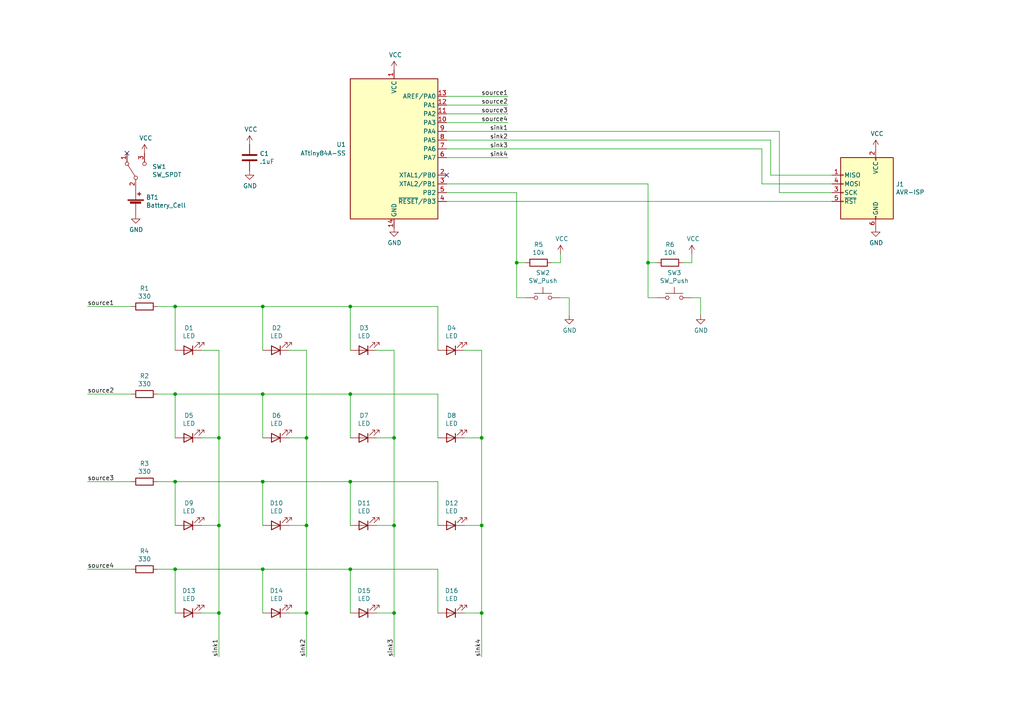
<source format=kicad_sch>
(kicad_sch (version 20211123) (generator eeschema)
  (paper "A4")
  (title_block (title "DT imponator badge") (date "2022-01-10") (rev "2.0") (comment 1 "github.com/hackerspace-ntnu/Coglight-badge-THT") (comment 2 "Fork of Hackerspace imponator"))
  (lib_symbols
    (symbol "Connector:AVR-ISP-6" (pin_names (offset 1.016))
      (property "Reference" "J" (at -6.35 11.43 0))
      (property "Value" "AVR-ISP-6" (at 0 11.43 0))
      (symbol "AVR-ISP-6_0_1"
        (rectangle (start -2.667 -6.858) (end -2.413 -7.62))
        (rectangle (start -2.667 10.16) (end -2.413 9.398))
        (rectangle (start 7.62 -2.413) (end 6.858 -2.667))
        (rectangle (start 7.62 0.127) (end 6.858 -0.127))
        (rectangle (start 7.62 2.667) (end 6.858 2.413))
        (rectangle (start 7.62 5.207) (end 6.858 4.953))
        (rectangle (start 7.62 10.16) (end -7.62 -7.62) (stroke (width 0.254)) (fill (type background)))
      )
      (symbol "AVR-ISP-6_1_1"
        (pin passive line (at 10.16 5.08 180) (length 2.54) (name "MISO") (number "1"))
        (pin passive line (at -2.54 12.7 270) (length 2.54) (name "VCC") (number "2"))
        (pin passive line (at 10.16 0 180) (length 2.54) (name "SCK") (number "3"))
        (pin passive line (at 10.16 2.54 180) (length 2.54) (name "MOSI") (number "4"))
        (pin passive line (at 10.16 -2.54 180) (length 2.54) (name "~{RST}") (number "5"))
        (pin passive line (at -2.54 -10.16 90) (length 2.54) (name "GND") (number "6"))
      )
    )
    (symbol "Device:Battery_Cell" (pin_numbers hide) (pin_names (offset 0) hide)
      (property "Reference" "BT" (at 2.54 2.54 0))
      (property "Value" "Battery_Cell" (at 2.54 0 0))
      (symbol "Battery_Cell_0_1"
        (rectangle (start -2.286 1.778) (end 2.286 1.524) (fill (type outline)))
        (rectangle (start -1.5748 1.1938) (end 1.4732 0.6858) (fill (type outline)))
        (polyline (pts (xy 0 0.762) (xy 0 0)))
        (polyline (pts (xy 0 1.778) (xy 0 2.54)))
        (polyline (pts (xy 0.508 3.429) (xy 1.524 3.429)) (stroke (width 0.254)))
        (polyline (pts (xy 1.016 3.937) (xy 1.016 2.921)) (stroke (width 0.254)))
      )
      (symbol "Battery_Cell_1_1"
        (pin passive line (at 0 5.08 270) (length 2.54) (name "+") (number "1"))
        (pin passive line (at 0 -2.54 90) (length 2.54) (name "-") (number "2"))
      )
    )
    (symbol "Device:C" (pin_numbers hide) (pin_names (offset 0.254))
      (property "Reference" "C" (at 0.635 2.54 0))
      (property "Value" "C" (at 0.635 -2.54 0))
      (symbol "C_0_1"
        (polyline (pts (xy -2.032 -0.762) (xy 2.032 -0.762)) (stroke (width 0.508)))
        (polyline (pts (xy -2.032 0.762) (xy 2.032 0.762)) (stroke (width 0.508)))
      )
      (symbol "C_1_1"
        (pin passive line (at 0 3.81 270) (length 2.794) (name "~") (number "1"))
        (pin passive line (at 0 -3.81 90) (length 2.794) (name "~") (number "2"))
      )
    )
    (symbol "Device:LED" (pin_numbers hide) (pin_names (offset 1.016) hide)
      (property "Reference" "D" (at 0 2.54 0))
      (property "Value" "LED" (at 0 -2.54 0))
      (symbol "LED_0_1"
        (polyline (pts (xy -1.27 -1.27) (xy -1.27 1.27)) (stroke (width 0.254)))
        (polyline (pts (xy -1.27 0) (xy 1.27 0)))
        (polyline (pts (xy 1.27 -1.27) (xy 1.27 1.27) (xy -1.27 0) (xy 1.27 -1.27)) (stroke (width 0.254)))
        (polyline (pts (xy -3.048 -0.762) (xy -4.572 -2.286) (xy -3.81 -2.286) (xy -4.572 -2.286) (xy -4.572 -1.524)))
        (polyline (pts (xy -1.778 -0.762) (xy -3.302 -2.286) (xy -2.54 -2.286) (xy -3.302 -2.286) (xy -3.302 -1.524)))
      )
      (symbol "LED_1_1"
        (pin passive line (at -3.81 0 0) (length 2.54) (name "K") (number "1"))
        (pin passive line (at 3.81 0 180) (length 2.54) (name "A") (number "2"))
      )
    )
    (symbol "Device:R" (pin_numbers hide) (pin_names (offset 0))
      (property "Reference" "R" (at 2.032 0 90))
      (property "Value" "R" (at 0 0 90))
      (symbol "R_0_1"
        (rectangle (start -1.016 -2.54) (end 1.016 2.54) (stroke (width 0.254)))
      )
      (symbol "R_1_1"
        (pin passive line (at 0 3.81 270) (length 1.27) (name "~") (number "1"))
        (pin passive line (at 0 -3.81 90) (length 1.27) (name "~") (number "2"))
      )
    )
    (symbol "MCU_Microchip_ATtiny:ATtiny84A-SS"
      (property "Reference" "U" (at -12.7 21.59 0))
      (property "Value" "ATtiny84A-SS" (at 2.54 -21.59 0))
      (symbol "ATtiny84A-SS_0_1"
        (rectangle (start -12.7 -20.32) (end 12.7 20.32) (stroke (width 0.254)) (fill (type background)))
      )
      (symbol "ATtiny84A-SS_1_1"
        (pin power_in line (at 0 22.86 270) (length 2.54) (name "VCC") (number "1"))
        (pin bidirectional line (at 15.24 7.62 180) (length 2.54) (name "PA3") (number "10"))
        (pin bidirectional line (at 15.24 10.16 180) (length 2.54) (name "PA2") (number "11"))
        (pin bidirectional line (at 15.24 12.7 180) (length 2.54) (name "PA1") (number "12"))
        (pin bidirectional line (at 15.24 15.24 180) (length 2.54) (name "AREF/PA0") (number "13"))
        (pin power_in line (at 0 -22.86 90) (length 2.54) (name "GND") (number "14"))
        (pin bidirectional line (at 15.24 -7.62 180) (length 2.54) (name "XTAL1/PB0") (number "2"))
        (pin bidirectional line (at 15.24 -10.16 180) (length 2.54) (name "XTAL2/PB1") (number "3"))
        (pin bidirectional line (at 15.24 -15.24 180) (length 2.54) (name "~{RESET}/PB3") (number "4"))
        (pin bidirectional line (at 15.24 -12.7 180) (length 2.54) (name "PB2") (number "5"))
        (pin bidirectional line (at 15.24 -2.54 180) (length 2.54) (name "PA7") (number "6"))
        (pin bidirectional line (at 15.24 0 180) (length 2.54) (name "PA6") (number "7"))
        (pin bidirectional line (at 15.24 2.54 180) (length 2.54) (name "PA5") (number "8"))
        (pin bidirectional line (at 15.24 5.08 180) (length 2.54) (name "PA4") (number "9"))
      )
    )
    (symbol "Switch:SW_Push" (pin_numbers hide) (pin_names (offset 1.016) hide)
      (property "Reference" "SW" (at 1.27 2.54 0))
      (property "Value" "SW_Push" (at 0 -1.524 0))
      (symbol "SW_Push_0_1"
        (circle (center -2.032 0) (radius 0.508))
        (polyline (pts (xy 0 1.27) (xy 0 3.048)))
        (polyline (pts (xy 2.54 1.27) (xy -2.54 1.27)))
        (circle (center 2.032 0) (radius 0.508))
        (pin passive line (at -5.08 0 0) (length 2.54) (name "1") (number "1"))
        (pin passive line (at 5.08 0 180) (length 2.54) (name "2") (number "2"))
      )
    )
    (symbol "Switch:SW_SPDT" (pin_names (offset 0) hide)
      (property "Reference" "SW" (at 0 4.318 0))
      (property "Value" "SW_SPDT" (at 0 -5.08 0))
      (symbol "SW_SPDT_0_0"
        (circle (center -2.032 0) (radius 0.508))
        (circle (center 2.032 -2.54) (radius 0.508))
      )
      (symbol "SW_SPDT_0_1"
        (polyline (pts (xy -1.524 0.254) (xy 1.651 2.286)))
        (circle (center 2.032 2.54) (radius 0.508))
      )
      (symbol "SW_SPDT_1_1"
        (pin passive line (at 5.08 2.54 180) (length 2.54) (name "A") (number "1"))
        (pin passive line (at -5.08 0 0) (length 2.54) (name "B") (number "2"))
        (pin passive line (at 5.08 -2.54 180) (length 2.54) (name "C") (number "3"))
      )
    )
    (symbol "power:GND" (power) (pin_names (offset 0))
      (property "Value" "GND" (at 0 -3.81 0))
      (symbol "GND_0_1"
        (polyline (pts (xy 0 0) (xy 0 -1.27) (xy 1.27 -1.27) (xy 0 -2.54) (xy -1.27 -1.27) (xy 0 -1.27)))
      )
      (symbol "GND_1_1"
        (pin power_in line (at 0 0 270) (length 0) hide (name "GND") (number "1"))
      )
    )
    (symbol "power:VCC" (power) (pin_names (offset 0))
      (property "Value" "VCC" (at 0 3.81 0))
      (symbol "VCC_0_1"
        (polyline (pts (xy -0.762 1.27) (xy 0 2.54)))
        (polyline (pts (xy 0 0) (xy 0 2.54)))
        (polyline (pts (xy 0 2.54) (xy 0.762 1.27)))
      )
      (symbol "VCC_1_1"
        (pin power_in line (at 0 0 90) (length 0) hide (name "VCC") (number "1"))
      )
    )
  )
  (junction (at 88.9 127))
  (junction (at 101.6 139.7))
  (junction (at 50.8 139.7))
  (junction (at 63.5 177.8))
  (junction (at 114.3 127))
  (junction (at 139.7 127))
  (junction (at 101.6 88.9))
  (junction (at 76.2 88.9))
  (junction (at 76.2 114.3))
  (junction (at 63.5 152.4))
  (junction (at 139.7 152.4))
  (junction (at 114.3 177.8))
  (junction (at 50.8 88.9))
  (junction (at 88.9 152.4))
  (junction (at 76.2 165.1))
  (junction (at 76.2 139.7))
  (junction (at 187.96 76.2))
  (junction (at 63.5 127))
  (junction (at 50.8 114.3))
  (junction (at 50.8 165.1))
  (junction (at 114.3 152.4))
  (junction (at 101.6 114.3))
  (junction (at 139.7 177.8))
  (junction (at 149.86 76.2))
  (junction (at 101.6 165.1))
  (junction (at 88.9 177.8))
  (no_connect (at 36.83 44.45))
  (no_connect (at 129.54 50.8))
  (wire (pts (xy 88.9 177.8) (xy 88.9 190.5)))
  (wire (pts (xy 25.4 139.7) (xy 38.1 139.7)))
  (wire (pts (xy 220.98 43.18) (xy 220.98 53.34)))
  (wire (pts (xy 63.5 101.6) (xy 63.5 127)))
  (wire (pts (xy 152.4 86.36) (xy 149.86 86.36)))
  (wire (pts (xy 101.6 152.4) (xy 101.6 139.7)))
  (wire (pts (xy 63.5 177.8) (xy 63.5 190.5)))
  (wire (pts (xy 45.72 88.9) (xy 50.8 88.9)))
  (wire (pts (xy 139.7 177.8) (xy 139.7 152.4)))
  (wire (pts (xy 127 127) (xy 127 114.3)))
  (wire (pts (xy 76.2 177.8) (xy 76.2 165.1)))
  (wire (pts (xy 58.42 152.4) (xy 63.5 152.4)))
  (wire (pts (xy 127 101.6) (xy 127 88.9)))
  (wire (pts (xy 198.12 76.2) (xy 200.66 76.2)))
  (wire (pts (xy 149.86 76.2) (xy 152.4 76.2)))
  (wire (pts (xy 223.52 40.64) (xy 223.52 50.8)))
  (wire (pts (xy 76.2 101.6) (xy 76.2 88.9)))
  (wire (pts (xy 63.5 127) (xy 63.5 152.4)))
  (wire (pts (xy 38.1 165.1) (xy 25.4 165.1)))
  (wire (pts (xy 129.54 58.42) (xy 241.3 58.42)))
  (wire (pts (xy 190.5 86.36) (xy 187.96 86.36)))
  (wire (pts (xy 88.9 177.8) (xy 88.9 152.4)))
  (wire (pts (xy 38.1 114.3) (xy 25.4 114.3)))
  (wire (pts (xy 134.62 101.6) (xy 139.7 101.6)))
  (wire (pts (xy 88.9 127) (xy 88.9 152.4)))
  (wire (pts (xy 203.2 86.36) (xy 203.2 91.44)))
  (wire (pts (xy 83.82 177.8) (xy 88.9 177.8)))
  (wire (pts (xy 83.82 101.6) (xy 88.9 101.6)))
  (wire (pts (xy 129.54 40.64) (xy 223.52 40.64)))
  (wire (pts (xy 50.8 152.4) (xy 50.8 139.7)))
  (wire (pts (xy 109.22 152.4) (xy 114.3 152.4)))
  (wire (pts (xy 50.8 101.6) (xy 50.8 88.9)))
  (wire (pts (xy 127 165.1) (xy 101.6 165.1)))
  (wire (pts (xy 162.56 86.36) (xy 165.1 86.36)))
  (wire (pts (xy 162.56 76.2) (xy 162.56 73.66)))
  (wire (pts (xy 226.06 38.1) (xy 226.06 55.88)))
  (wire (pts (xy 114.3 177.8) (xy 114.3 152.4)))
  (wire (pts (xy 165.1 86.36) (xy 165.1 91.44)))
  (wire (pts (xy 109.22 101.6) (xy 114.3 101.6)))
  (wire (pts (xy 139.7 177.8) (xy 139.7 190.5)))
  (wire (pts (xy 129.54 43.18) (xy 220.98 43.18)))
  (wire (pts (xy 101.6 127) (xy 101.6 114.3)))
  (wire (pts (xy 134.62 152.4) (xy 139.7 152.4)))
  (wire (pts (xy 76.2 114.3) (xy 101.6 114.3)))
  (wire (pts (xy 200.66 76.2) (xy 200.66 73.66)))
  (wire (pts (xy 76.2 139.7) (xy 101.6 139.7)))
  (wire (pts (xy 101.6 114.3) (xy 127 114.3)))
  (wire (pts (xy 160.02 76.2) (xy 162.56 76.2)))
  (wire (pts (xy 114.3 101.6) (xy 114.3 127)))
  (wire (pts (xy 129.54 33.02) (xy 147.32 33.02)))
  (wire (pts (xy 134.62 177.8) (xy 139.7 177.8)))
  (wire (pts (xy 101.6 177.8) (xy 101.6 165.1)))
  (wire (pts (xy 223.52 50.8) (xy 241.3 50.8)))
  (wire (pts (xy 101.6 88.9) (xy 127 88.9)))
  (wire (pts (xy 149.86 55.88) (xy 129.54 55.88)))
  (wire (pts (xy 38.1 88.9) (xy 25.4 88.9)))
  (wire (pts (xy 58.42 127) (xy 63.5 127)))
  (wire (pts (xy 114.3 127) (xy 114.3 152.4)))
  (wire (pts (xy 109.22 177.8) (xy 114.3 177.8)))
  (wire (pts (xy 220.98 53.34) (xy 241.3 53.34)))
  (wire (pts (xy 134.62 127) (xy 139.7 127)))
  (wire (pts (xy 129.54 38.1) (xy 226.06 38.1)))
  (wire (pts (xy 109.22 127) (xy 114.3 127)))
  (wire (pts (xy 50.8 88.9) (xy 76.2 88.9)))
  (wire (pts (xy 187.96 76.2) (xy 187.96 86.36)))
  (wire (pts (xy 50.8 127) (xy 50.8 114.3)))
  (wire (pts (xy 147.32 45.72) (xy 129.54 45.72)))
  (wire (pts (xy 114.3 177.8) (xy 114.3 190.5)))
  (wire (pts (xy 76.2 88.9) (xy 101.6 88.9)))
  (wire (pts (xy 149.86 86.36) (xy 149.86 76.2)))
  (wire (pts (xy 45.72 114.3) (xy 50.8 114.3)))
  (wire (pts (xy 45.72 139.7) (xy 50.8 139.7)))
  (wire (pts (xy 50.8 177.8) (xy 50.8 165.1)))
  (wire (pts (xy 50.8 114.3) (xy 76.2 114.3)))
  (wire (pts (xy 187.96 53.34) (xy 187.96 76.2)))
  (wire (pts (xy 187.96 53.34) (xy 129.54 53.34)))
  (wire (pts (xy 127 152.4) (xy 127 139.7)))
  (wire (pts (xy 127 177.8) (xy 127 165.1)))
  (wire (pts (xy 226.06 55.88) (xy 241.3 55.88)))
  (wire (pts (xy 139.7 101.6) (xy 139.7 127)))
  (wire (pts (xy 101.6 139.7) (xy 127 139.7)))
  (wire (pts (xy 58.42 177.8) (xy 63.5 177.8)))
  (wire (pts (xy 83.82 152.4) (xy 88.9 152.4)))
  (wire (pts (xy 101.6 101.6) (xy 101.6 88.9)))
  (wire (pts (xy 101.6 165.1) (xy 76.2 165.1)))
  (wire (pts (xy 129.54 27.94) (xy 147.32 27.94)))
  (wire (pts (xy 50.8 165.1) (xy 45.72 165.1)))
  (wire (pts (xy 147.32 30.48) (xy 129.54 30.48)))
  (wire (pts (xy 76.2 165.1) (xy 50.8 165.1)))
  (wire (pts (xy 147.32 35.56) (xy 129.54 35.56)))
  (wire (pts (xy 139.7 127) (xy 139.7 152.4)))
  (wire (pts (xy 88.9 101.6) (xy 88.9 127)))
  (wire (pts (xy 149.86 76.2) (xy 149.86 55.88)))
  (wire (pts (xy 187.96 76.2) (xy 190.5 76.2)))
  (wire (pts (xy 63.5 177.8) (xy 63.5 152.4)))
  (wire (pts (xy 58.42 101.6) (xy 63.5 101.6)))
  (wire (pts (xy 76.2 127) (xy 76.2 114.3)))
  (wire (pts (xy 50.8 139.7) (xy 76.2 139.7)))
  (wire (pts (xy 76.2 152.4) (xy 76.2 139.7)))
  (wire (pts (xy 83.82 127) (xy 88.9 127)))
  (wire (pts (xy 200.66 86.36) (xy 203.2 86.36)))
  (label "sink1" (at 63.5 190.5 90))
  (label "sink3" (at 147.32 43.18 180))
  (label "source4" (at 25.4 165.1 0))
  (label "source3" (at 25.4 139.7 0))
  (label "sink2" (at 88.9 190.5 90))
  (label "source4" (at 147.32 35.56 180))
  (label "sink2" (at 147.32 40.64 180))
  (label "source1" (at 25.4 88.9 0))
  (label "source1" (at 147.32 27.94 180))
  (label "sink4" (at 147.32 45.72 180))
  (label "source2" (at 147.32 30.48 180))
  (label "sink1" (at 147.32 38.1 180))
  (label "sink4" (at 139.7 190.5 90))
  (label "source2" (at 25.4 114.3 0))
  (label "source3" (at 147.32 33.02 180))
  (label "sink3" (at 114.3 190.5 90))
  (symbol (lib_id "Device:LED") (at 54.61 101.6 180) (unit 1)
    (property "Reference" "D1" (at 54.7878 95.123 0))
    (property "Value" "LED" (at 54.7878 97.4344 0))
    (property "Footprint" "LED_THT:LED_D5.0mm" (effects hide))
  )
  (symbol (lib_id "Device:R") (at 41.91 88.9 270) (unit 1)
    (property "Reference" "R1" (at 41.91 83.6422 90))
    (property "Value" "330" (at 41.91 85.9536 90))
    (property "Footprint" "Resistor_SMD:R_0805_2012Metric_Pad1.20x1.40mm_HandSolder" (effects hide))
  )
  (symbol (lib_id "Device:LED") (at 80.01 101.6 180) (unit 1)
    (property "Reference" "D2" (at 80.1878 95.123 0))
    (property "Value" "LED" (at 80.1878 97.4344 0))
    (property "Footprint" "LED_THT:LED_D5.0mm" (effects hide))
  )
  (symbol (lib_id "Device:LED") (at 105.41 101.6 180) (unit 1)
    (property "Reference" "D3" (at 105.5878 95.123 0))
    (property "Value" "LED" (at 105.5878 97.4344 0))
    (property "Footprint" "LED_THT:LED_D5.0mm" (effects hide))
  )
  (symbol (lib_id "Device:LED") (at 130.81 101.6 180) (unit 1)
    (property "Reference" "D4" (at 130.9878 95.123 0))
    (property "Value" "LED" (at 130.9878 97.4344 0))
    (property "Footprint" "LED_THT:LED_D5.0mm" (effects hide))
  )
  (symbol (lib_id "Device:LED") (at 54.61 127 180) (unit 1)
    (property "Reference" "D5" (at 54.7878 120.523 0))
    (property "Value" "LED" (at 54.7878 122.8344 0))
    (property "Footprint" "LED_THT:LED_D5.0mm" (effects hide))
  )
  (symbol (lib_id "Device:LED") (at 130.81 177.8 180) (unit 1)
    (property "Reference" "D16" (at 130.9878 171.323 0))
    (property "Value" "LED" (at 130.9878 173.6344 0))
    (property "Footprint" "LED_THT:LED_D5.0mm" (effects hide))
  )
  (symbol (lib_id "Device:LED") (at 80.01 127 180) (unit 1)
    (property "Reference" "D6" (at 80.1878 120.523 0))
    (property "Value" "LED" (at 80.1878 122.8344 0))
    (property "Footprint" "LED_THT:LED_D5.0mm" (effects hide))
  )
  (symbol (lib_id "Device:LED") (at 105.41 152.4 180) (unit 1)
    (property "Reference" "D11" (at 105.5878 145.923 0))
    (property "Value" "LED" (at 105.5878 148.2344 0))
    (property "Footprint" "LED_THT:LED_D5.0mm" (effects hide))
  )
  (symbol (lib_id "Device:LED") (at 105.41 127 180) (unit 1)
    (property "Reference" "D7" (at 105.5878 120.523 0))
    (property "Value" "LED" (at 105.5878 122.8344 0))
    (property "Footprint" "LED_THT:LED_D5.0mm" (effects hide))
  )
  (symbol (lib_id "Device:LED") (at 130.81 152.4 180) (unit 1)
    (property "Reference" "D12" (at 130.9878 145.923 0))
    (property "Value" "LED" (at 130.9878 148.2344 0))
    (property "Footprint" "LED_THT:LED_D5.0mm" (effects hide))
  )
  (symbol (lib_id "Device:LED") (at 54.61 177.8 180) (unit 1)
    (property "Reference" "D13" (at 54.7878 171.323 0))
    (property "Value" "LED" (at 54.7878 173.6344 0))
    (property "Footprint" "LED_THT:LED_D5.0mm" (effects hide))
  )
  (symbol (lib_id "Device:LED") (at 130.81 127 180) (unit 1)
    (property "Reference" "D8" (at 130.9878 120.523 0))
    (property "Value" "LED" (at 130.9878 122.8344 0))
    (property "Footprint" "LED_THT:LED_D5.0mm" (effects hide))
  )
  (symbol (lib_id "Device:LED") (at 54.61 152.4 180) (unit 1)
    (property "Reference" "D9" (at 54.7878 145.923 0))
    (property "Value" "LED" (at 54.7878 148.2344 0))
    (property "Footprint" "LED_THT:LED_D5.0mm" (effects hide))
  )
  (symbol (lib_id "Device:LED") (at 80.01 177.8 180) (unit 1)
    (property "Reference" "D14" (at 80.1878 171.323 0))
    (property "Value" "LED" (at 80.1878 173.6344 0))
    (property "Footprint" "LED_THT:LED_D5.0mm" (effects hide))
  )
  (symbol (lib_id "Device:LED") (at 105.41 177.8 180) (unit 1)
    (property "Reference" "D15" (at 105.5878 171.323 0))
    (property "Value" "LED" (at 105.5878 173.6344 0))
    (property "Footprint" "LED_THT:LED_D5.0mm" (effects hide))
  )
  (symbol (lib_id "Device:LED") (at 80.01 152.4 180) (unit 1)
    (property "Reference" "D10" (at 80.1878 145.923 0))
    (property "Value" "LED" (at 80.1878 148.2344 0))
    (property "Footprint" "LED_THT:LED_D5.0mm" (effects hide))
  )
  (symbol (lib_id "Device:Battery_Cell") (at 39.37 59.69 0) (unit 1)
    (property "Reference" "BT1" (at 42.3672 57.2516 0) (effects (justify left)))
    (property "Value" "Battery_Cell" (at 42.3672 59.563 0) (effects (justify left)))
    (property "Footprint" "DTimponator-badge:MP000362_CR2032_Holder_THT" (effects hide))
  )
  (symbol (lib_id "Device:R") (at 41.91 114.3 270) (unit 1)
    (property "Reference" "R2" (at 41.91 109.0422 90))
    (property "Value" "330" (at 41.91 111.3536 90))
    (property "Footprint" "Resistor_SMD:R_0805_2012Metric_Pad1.20x1.40mm_HandSolder" (effects hide))
  )
  (symbol (lib_id "Device:R") (at 41.91 139.7 270) (unit 1)
    (property "Reference" "R3" (at 41.91 134.4422 90))
    (property "Value" "330" (at 41.91 136.7536 90))
    (property "Footprint" "Resistor_SMD:R_0805_2012Metric_Pad1.20x1.40mm_HandSolder" (effects hide))
  )
  (symbol (lib_id "Device:R") (at 41.91 165.1 270) (unit 1)
    (property "Reference" "R4" (at 41.91 159.8422 90))
    (property "Value" "330" (at 41.91 162.1536 90))
    (property "Footprint" "Resistor_SMD:R_0805_2012Metric_Pad1.20x1.40mm_HandSolder" (effects hide))
  )
  (symbol (lib_id "power:GND") (at 39.37 62.23 0) (unit 1)
    (property "Reference" "#PWR0102" (effects hide))
    (property "Value" "GND" (at 39.497 66.6242 0))
  )
  (symbol (lib_id "power:GND") (at 114.3 66.04 0) (unit 1)
    (property "Reference" "#PWR0103" (effects hide))
    (property "Value" "GND" (at 114.427 70.4342 0))
  )
  (symbol (lib_id "power:VCC") (at 114.3 20.32 0) (unit 1)
    (property "Reference" "#PWR0104" (effects hide))
    (property "Value" "VCC" (at 114.681 15.9258 0))
  )
  (symbol (lib_id "power:VCC") (at 41.91 44.45 0) (unit 1)
    (property "Reference" "#PWR0105" (effects hide))
    (property "Value" "VCC" (at 42.291 40.0558 0))
  )
  (symbol (lib_id "Switch:SW_SPDT") (at 39.37 49.53 90) (unit 1)
    (property "Reference" "SW1" (at 44.1452 48.3616 90) (effects (justify right)))
    (property "Value" "SW_SPDT" (at 44.1452 50.673 90) (effects (justify right)))
    (property "Footprint" "DTimponator-badge:OS102011MA1QN1_SPDT_SlideSwithch_THT" (effects hide))
  )
  (symbol (lib_id "Connector:AVR-ISP-6") (at 251.46 55.88 0) (mirror y) (unit 1)
    (property "Reference" "J1" (at 259.842 53.4416 0) (effects (justify right)))
    (property "Value" "AVR-ISP" (at 259.842 55.753 0) (effects (justify right)))
    (property "Footprint" "Connector_PinHeader_2.54mm:PinHeader_2x03_P2.54mm_Vertical_SMD" (effects hide))
    (property "Datasheet" " ~" (effects hide))
  )
  (symbol (lib_id "power:GND") (at 254 66.04 0) (unit 1)
    (property "Reference" "#PWR0106" (effects hide))
    (property "Value" "GND" (at 254.127 70.4342 0))
  )
  (symbol (lib_id "power:VCC") (at 254 43.18 0) (unit 1)
    (property "Reference" "#PWR0107" (effects hide))
    (property "Value" "VCC" (at 254.381 38.7858 0))
  )
  (symbol (lib_id "power:GND") (at 165.1 91.44 0) (unit 1)
    (property "Reference" "#PWR0101" (effects hide))
    (property "Value" "GND" (at 165.227 95.8342 0))
  )
  (symbol (lib_id "power:GND") (at 203.2 91.44 0) (unit 1)
    (property "Reference" "#PWR0108" (effects hide))
    (property "Value" "GND" (at 203.327 95.8342 0))
  )
  (symbol (lib_id "Device:R") (at 156.21 76.2 270) (unit 1)
    (property "Reference" "R5" (at 156.21 70.9422 90))
    (property "Value" "10k" (at 156.21 73.2536 90))
    (property "Footprint" "Resistor_SMD:R_0805_2012Metric_Pad1.20x1.40mm_HandSolder" (effects hide))
  )
  (symbol (lib_id "Device:R") (at 194.31 76.2 270) (unit 1)
    (property "Reference" "R6" (at 194.31 70.9422 90))
    (property "Value" "10k" (at 194.31 73.2536 90))
    (property "Footprint" "Resistor_SMD:R_0805_2012Metric_Pad1.20x1.40mm_HandSolder" (effects hide))
  )
  (symbol (lib_id "power:VCC") (at 200.66 73.66 0) (unit 1)
    (property "Reference" "#PWR0109" (effects hide))
    (property "Value" "VCC" (at 201.041 69.2658 0))
  )
  (symbol (lib_id "power:VCC") (at 162.56 73.66 0) (unit 1)
    (property "Reference" "#PWR0110" (effects hide))
    (property "Value" "VCC" (at 162.941 69.2658 0))
  )
  (symbol (lib_id "Switch:SW_Push") (at 157.48 86.36 0) (unit 1)
    (property "Reference" "SW2" (at 157.48 79.121 0))
    (property "Value" "SW_Push" (at 157.48 81.4324 0))
    (property "Footprint" "Button_Switch_THT:SW_PUSH_6mm_H5mm" (effects hide))
  )
  (symbol (lib_id "Switch:SW_Push") (at 195.58 86.36 0) (unit 1)
    (property "Reference" "SW3" (at 195.58 79.121 0))
    (property "Value" "SW_Push" (at 195.58 81.4324 0))
    (property "Footprint" "Button_Switch_THT:SW_PUSH_6mm_H5mm" (effects hide))
  )
  (symbol (lib_id "Device:C") (at 72.39 45.72 0) (unit 1)
    (property "Reference" "C1" (at 75.311 44.5516 0) (effects (justify left)))
    (property "Value" ".1uF" (at 75.311 46.863 0) (effects (justify left)))
    (property "Footprint" "Capacitor_SMD:C_1206_3216Metric_Pad1.33x1.80mm_HandSolder" (effects hide))
  )
  (symbol (lib_id "power:VCC") (at 72.39 41.91 0) (unit 1)
    (property "Reference" "#PWR0111" (effects hide))
    (property "Value" "VCC" (at 72.771 37.5158 0))
  )
  (symbol (lib_id "power:GND") (at 72.39 49.53 0) (unit 1)
    (property "Reference" "#PWR0112" (effects hide))
    (property "Value" "GND" (at 72.517 53.9242 0))
  )
  (symbol (lib_id "MCU_Microchip_ATtiny:ATtiny84A-SS") (at 114.3 43.18 0) (unit 1)
    (property "Reference" "U1" (at 100.33 41.9099 0) (effects (justify right)))
    (property "Value" "ATtiny84A-SS" (at 100.33 44.4499 0) (effects (justify right)))
    (property "Footprint" "Package_SO:SOIC-14_3.9x8.7mm_P1.27mm" (effects hide))
    (property "Datasheet" "http://ww1.microchip.com/downloads/en/DeviceDoc/doc8183.pdf" (effects hide))
  )
)
</source>
